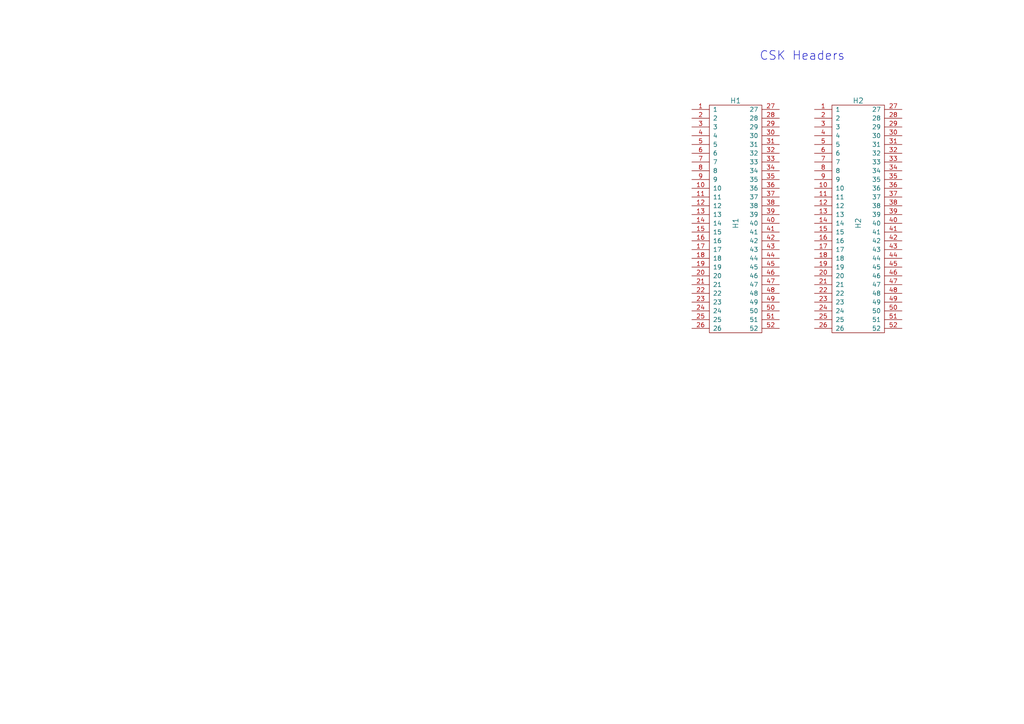
<source format=kicad_sch>
(kicad_sch (version 20230121) (generator eeschema)
  (paper "A4")
  (title_block (date "25 feb 2015") (rev "A"))
  (lib_symbols
    (symbol "CubeSatKit_StackBoard-rescue:CSK_HEADER" (pin_names (offset 1.016))
      (property "Reference" "U" (at 0 34.29 0))
      (property "Value" "CSK_HEADER" (at 0 -1.27 90))
      (symbol "CSK_HEADER_0_1"
        (rectangle (start -7.62 33.02) (end 7.62 -33.02))
      )
      (symbol "CSK_HEADER_1_1"
        (pin bidirectional line (at -12.7 31.75 0) (length 5.08) (name "1") (number "1"))
        (pin bidirectional line (at -12.7 8.89 0) (length 5.08) (name "10") (number "10"))
        (pin bidirectional line (at -12.7 6.35 0) (length 5.08) (name "11") (number "11"))
        (pin bidirectional line (at -12.7 3.81 0) (length 5.08) (name "12") (number "12"))
        (pin bidirectional line (at -12.7 1.27 0) (length 5.08) (name "13") (number "13"))
        (pin bidirectional line (at -12.7 -1.27 0) (length 5.08) (name "14") (number "14"))
        (pin bidirectional line (at -12.7 -3.81 0) (length 5.08) (name "15") (number "15"))
        (pin bidirectional line (at -12.7 -6.35 0) (length 5.08) (name "16") (number "16"))
        (pin bidirectional line (at -12.7 -8.89 0) (length 5.08) (name "17") (number "17"))
        (pin bidirectional line (at -12.7 -11.43 0) (length 5.08) (name "18") (number "18"))
        (pin bidirectional line (at -12.7 -13.97 0) (length 5.08) (name "19") (number "19"))
        (pin bidirectional line (at -12.7 29.21 0) (length 5.08) (name "2") (number "2"))
        (pin bidirectional line (at -12.7 -16.51 0) (length 5.08) (name "20") (number "20"))
        (pin bidirectional line (at -12.7 -19.05 0) (length 5.08) (name "21") (number "21"))
        (pin bidirectional line (at -12.7 -21.59 0) (length 5.08) (name "22") (number "22"))
        (pin bidirectional line (at -12.7 -24.13 0) (length 5.08) (name "23") (number "23"))
        (pin bidirectional line (at -12.7 -26.67 0) (length 5.08) (name "24") (number "24"))
        (pin bidirectional line (at -12.7 -29.21 0) (length 5.08) (name "25") (number "25"))
        (pin bidirectional line (at -12.7 -31.75 0) (length 5.08) (name "26") (number "26"))
        (pin bidirectional line (at 12.7 31.75 180) (length 5.08) (name "27") (number "27"))
        (pin bidirectional line (at 12.7 29.21 180) (length 5.08) (name "28") (number "28"))
        (pin bidirectional line (at 12.7 26.67 180) (length 5.08) (name "29") (number "29"))
        (pin bidirectional line (at -12.7 26.67 0) (length 5.08) (name "3") (number "3"))
        (pin bidirectional line (at 12.7 24.13 180) (length 5.08) (name "30") (number "30"))
        (pin bidirectional line (at 12.7 21.59 180) (length 5.08) (name "31") (number "31"))
        (pin bidirectional line (at 12.7 19.05 180) (length 5.08) (name "32") (number "32"))
        (pin bidirectional line (at 12.7 16.51 180) (length 5.08) (name "33") (number "33"))
        (pin bidirectional line (at 12.7 13.97 180) (length 5.08) (name "34") (number "34"))
        (pin bidirectional line (at 12.7 11.43 180) (length 5.08) (name "35") (number "35"))
        (pin bidirectional line (at 12.7 8.89 180) (length 5.08) (name "36") (number "36"))
        (pin bidirectional line (at 12.7 6.35 180) (length 5.08) (name "37") (number "37"))
        (pin bidirectional line (at 12.7 3.81 180) (length 5.08) (name "38") (number "38"))
        (pin bidirectional line (at 12.7 1.27 180) (length 5.08) (name "39") (number "39"))
        (pin bidirectional line (at -12.7 24.13 0) (length 5.08) (name "4") (number "4"))
        (pin bidirectional line (at 12.7 -1.27 180) (length 5.08) (name "40") (number "40"))
        (pin bidirectional line (at 12.7 -3.81 180) (length 5.08) (name "41") (number "41"))
        (pin bidirectional line (at 12.7 -6.35 180) (length 5.08) (name "42") (number "42"))
        (pin bidirectional line (at 12.7 -8.89 180) (length 5.08) (name "43") (number "43"))
        (pin bidirectional line (at 12.7 -11.43 180) (length 5.08) (name "44") (number "44"))
        (pin bidirectional line (at 12.7 -13.97 180) (length 5.08) (name "45") (number "45"))
        (pin bidirectional line (at 12.7 -16.51 180) (length 5.08) (name "46") (number "46"))
        (pin bidirectional line (at 12.7 -19.05 180) (length 5.08) (name "47") (number "47"))
        (pin bidirectional line (at 12.7 -21.59 180) (length 5.08) (name "48") (number "48"))
        (pin bidirectional line (at 12.7 -24.13 180) (length 5.08) (name "49") (number "49"))
        (pin bidirectional line (at -12.7 21.59 0) (length 5.08) (name "5") (number "5"))
        (pin bidirectional line (at 12.7 -26.67 180) (length 5.08) (name "50") (number "50"))
        (pin bidirectional line (at 12.7 -29.21 180) (length 5.08) (name "51") (number "51"))
        (pin bidirectional line (at 12.7 -31.75 180) (length 5.08) (name "52") (number "52"))
        (pin bidirectional line (at -12.7 19.05 0) (length 5.08) (name "6") (number "6"))
        (pin bidirectional line (at -12.7 16.51 0) (length 5.08) (name "7") (number "7"))
        (pin bidirectional line (at -12.7 13.97 0) (length 5.08) (name "8") (number "8"))
        (pin bidirectional line (at -12.7 11.43 0) (length 5.08) (name "9") (number "9"))
      )
    )
  )
  (text "CSK Headers" (at 245.11 17.78 0) (effects (font (size 2.54 2.54)) (justify right bottom)))
  (symbol (lib_id "CubeSatKit_StackBoard-rescue:CSK_HEADER") (at 213.36 63.5 0) (unit 1)
    (property "Reference" "H1" (at 213.36 29.21 0) (effects (font (size 1.524 1.524))))
    (property "Value" "H1" (at 213.36 64.77 90) (effects (font (size 1.524 1.524))))
    (property "Footprint" "Connectors:CONN_2.54mm_2x26" (effects hide))
  )
  (symbol (lib_id "CubeSatKit_StackBoard-rescue:CSK_HEADER") (at 248.92 63.5 0) (unit 1)
    (property "Reference" "H2" (at 248.92 29.21 0) (effects (font (size 1.524 1.524))))
    (property "Value" "H2" (at 248.92 64.77 90) (effects (font (size 1.524 1.524))))
    (property "Footprint" "Connectors:CONN_2.54mm_2x26" (effects hide))
  )
)
</source>
